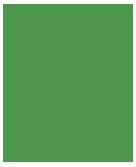
<source format=gtp>
G04 #@! TF.GenerationSoftware,KiCad,Pcbnew,5.1.9+dfsg1-1*
G04 #@! TF.CreationDate,2022-09-10T10:34:51-05:00*
G04 #@! TF.ProjectId,RockSolid,526f636b-536f-46c6-9964-2e6b69636164,rev?*
G04 #@! TF.SameCoordinates,Original*
G04 #@! TF.FileFunction,Paste,Top*
G04 #@! TF.FilePolarity,Positive*
%FSLAX46Y46*%
G04 Gerber Fmt 4.6, Leading zero omitted, Abs format (unit mm)*
G04 Created by KiCad (PCBNEW 5.1.9+dfsg1-1) date 2022-09-10 10:34:51*
%MOMM*%
%LPD*%
G01*
G04 APERTURE LIST*
%ADD10R,11.000000X13.500000*%
G04 APERTURE END LIST*
D10*
X104050000Y-87630000D03*
M02*

</source>
